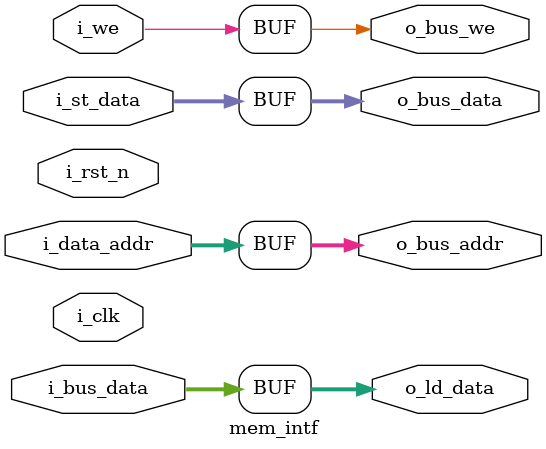
<source format=v>
module mem_intf #(
  parameter  BUS_DATA_WIDTH = 32,
  parameter  BUS_ADDR_WIDTH = 32
)
(
  input                           i_clk,    
  input                           i_rst_n, 
  output                          o_bus_we,
  input  [BUS_DATA_WIDTH-1  : 0]  i_bus_data,
  output [BUS_DATA_WIDTH-1  : 0]  o_bus_data,
  output [BUS_ADDR_WIDTH-1  : 0]  o_bus_addr,

  input                           i_we,
  output [BUS_DATA_WIDTH-1  : 0]  o_ld_data,
  input  [BUS_DATA_WIDTH-1  : 0]  i_st_data,
  input  [BUS_ADDR_WIDTH-1  : 0]  i_data_addr
);

  assign o_ld_data  = i_bus_data;
  assign o_bus_data = i_st_data;
  assign o_bus_we   = i_we;
  assign o_bus_addr = i_data_addr; 

endmodule
</source>
